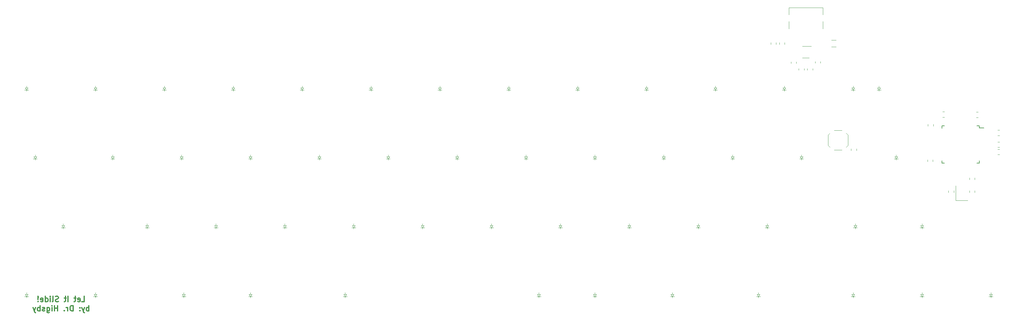
<source format=gbr>
%TF.GenerationSoftware,KiCad,Pcbnew,(5.1.9)-1*%
%TF.CreationDate,2021-09-16T08:02:45-07:00*%
%TF.ProjectId,letItSlide,6c657449-7453-46c6-9964-652e6b696361,rev?*%
%TF.SameCoordinates,Original*%
%TF.FileFunction,Legend,Bot*%
%TF.FilePolarity,Positive*%
%FSLAX46Y46*%
G04 Gerber Fmt 4.6, Leading zero omitted, Abs format (unit mm)*
G04 Created by KiCad (PCBNEW (5.1.9)-1) date 2021-09-16 08:02:45*
%MOMM*%
%LPD*%
G01*
G04 APERTURE LIST*
%ADD10C,0.300000*%
%ADD11C,0.120000*%
%ADD12C,0.150000*%
%ADD13C,0.100000*%
G04 APERTURE END LIST*
D10*
X45028571Y-88753570D02*
X45742857Y-88753570D01*
X45742857Y-87253570D01*
X43957142Y-88682141D02*
X44100000Y-88753570D01*
X44385714Y-88753570D01*
X44528571Y-88682141D01*
X44600000Y-88539284D01*
X44600000Y-87967856D01*
X44528571Y-87824999D01*
X44385714Y-87753570D01*
X44100000Y-87753570D01*
X43957142Y-87824999D01*
X43885714Y-87967856D01*
X43885714Y-88110713D01*
X44600000Y-88253570D01*
X43457142Y-87753570D02*
X42885714Y-87753570D01*
X43242857Y-87253570D02*
X43242857Y-88539284D01*
X43171428Y-88682141D01*
X43028571Y-88753570D01*
X42885714Y-88753570D01*
X41242857Y-88753570D02*
X41242857Y-87253570D01*
X40742857Y-87753570D02*
X40171428Y-87753570D01*
X40528571Y-87253570D02*
X40528571Y-88539284D01*
X40457142Y-88682141D01*
X40314285Y-88753570D01*
X40171428Y-88753570D01*
X38600000Y-88682141D02*
X38385714Y-88753570D01*
X38028571Y-88753570D01*
X37885714Y-88682141D01*
X37814285Y-88610713D01*
X37742857Y-88467856D01*
X37742857Y-88324999D01*
X37814285Y-88182141D01*
X37885714Y-88110713D01*
X38028571Y-88039284D01*
X38314285Y-87967856D01*
X38457142Y-87896427D01*
X38528571Y-87824999D01*
X38600000Y-87682141D01*
X38600000Y-87539284D01*
X38528571Y-87396427D01*
X38457142Y-87324999D01*
X38314285Y-87253570D01*
X37957142Y-87253570D01*
X37742857Y-87324999D01*
X36885714Y-88753570D02*
X37028571Y-88682141D01*
X37100000Y-88539284D01*
X37100000Y-87253570D01*
X36314285Y-88753570D02*
X36314285Y-87753570D01*
X36314285Y-87253570D02*
X36385714Y-87324999D01*
X36314285Y-87396427D01*
X36242857Y-87324999D01*
X36314285Y-87253570D01*
X36314285Y-87396427D01*
X34957142Y-88753570D02*
X34957142Y-87253570D01*
X34957142Y-88682141D02*
X35100000Y-88753570D01*
X35385714Y-88753570D01*
X35528571Y-88682141D01*
X35600000Y-88610713D01*
X35671428Y-88467856D01*
X35671428Y-88039284D01*
X35600000Y-87896427D01*
X35528571Y-87824999D01*
X35385714Y-87753570D01*
X35100000Y-87753570D01*
X34957142Y-87824999D01*
X33671428Y-88682141D02*
X33814285Y-88753570D01*
X34100000Y-88753570D01*
X34242857Y-88682141D01*
X34314285Y-88539284D01*
X34314285Y-87967856D01*
X34242857Y-87824999D01*
X34100000Y-87753570D01*
X33814285Y-87753570D01*
X33671428Y-87824999D01*
X33600000Y-87967856D01*
X33600000Y-88110713D01*
X34314285Y-88253570D01*
X32957142Y-88610713D02*
X32885714Y-88682141D01*
X32957142Y-88753570D01*
X33028571Y-88682141D01*
X32957142Y-88610713D01*
X32957142Y-88753570D01*
X32957142Y-88182141D02*
X33028571Y-87324999D01*
X32957142Y-87253570D01*
X32885714Y-87324999D01*
X32957142Y-88182141D01*
X32957142Y-87253570D01*
X46992857Y-91303570D02*
X46992857Y-89803570D01*
X46992857Y-90374999D02*
X46850000Y-90303570D01*
X46564285Y-90303570D01*
X46421428Y-90374999D01*
X46350000Y-90446427D01*
X46278571Y-90589284D01*
X46278571Y-91017856D01*
X46350000Y-91160713D01*
X46421428Y-91232141D01*
X46564285Y-91303570D01*
X46850000Y-91303570D01*
X46992857Y-91232141D01*
X45778571Y-90303570D02*
X45421428Y-91303570D01*
X45064285Y-90303570D02*
X45421428Y-91303570D01*
X45564285Y-91660713D01*
X45635714Y-91732141D01*
X45778571Y-91803570D01*
X44492857Y-91160713D02*
X44421428Y-91232141D01*
X44492857Y-91303570D01*
X44564285Y-91232141D01*
X44492857Y-91160713D01*
X44492857Y-91303570D01*
X44492857Y-90374999D02*
X44421428Y-90446427D01*
X44492857Y-90517856D01*
X44564285Y-90446427D01*
X44492857Y-90374999D01*
X44492857Y-90517856D01*
X42635714Y-91303570D02*
X42635714Y-89803570D01*
X42278571Y-89803570D01*
X42064285Y-89874999D01*
X41921428Y-90017856D01*
X41850000Y-90160713D01*
X41778571Y-90446427D01*
X41778571Y-90660713D01*
X41850000Y-90946427D01*
X41921428Y-91089284D01*
X42064285Y-91232141D01*
X42278571Y-91303570D01*
X42635714Y-91303570D01*
X41135714Y-91303570D02*
X41135714Y-90303570D01*
X41135714Y-90589284D02*
X41064285Y-90446427D01*
X40992857Y-90374999D01*
X40850000Y-90303570D01*
X40707142Y-90303570D01*
X40207142Y-91160713D02*
X40135714Y-91232141D01*
X40207142Y-91303570D01*
X40278571Y-91232141D01*
X40207142Y-91160713D01*
X40207142Y-91303570D01*
X38350000Y-91303570D02*
X38350000Y-89803570D01*
X38350000Y-90517856D02*
X37492857Y-90517856D01*
X37492857Y-91303570D02*
X37492857Y-89803570D01*
X36778571Y-91303570D02*
X36778571Y-90303570D01*
X36778571Y-89803570D02*
X36850000Y-89874999D01*
X36778571Y-89946427D01*
X36707142Y-89874999D01*
X36778571Y-89803570D01*
X36778571Y-89946427D01*
X35421428Y-90303570D02*
X35421428Y-91517856D01*
X35492857Y-91660713D01*
X35564285Y-91732141D01*
X35707142Y-91803570D01*
X35921428Y-91803570D01*
X36064285Y-91732141D01*
X35421428Y-91232141D02*
X35564285Y-91303570D01*
X35850000Y-91303570D01*
X35992857Y-91232141D01*
X36064285Y-91160713D01*
X36135714Y-91017856D01*
X36135714Y-90589284D01*
X36064285Y-90446427D01*
X35992857Y-90374999D01*
X35850000Y-90303570D01*
X35564285Y-90303570D01*
X35421428Y-90374999D01*
X34778571Y-91232141D02*
X34635714Y-91303570D01*
X34350000Y-91303570D01*
X34207142Y-91232141D01*
X34135714Y-91089284D01*
X34135714Y-91017856D01*
X34207142Y-90874999D01*
X34350000Y-90803570D01*
X34564285Y-90803570D01*
X34707142Y-90732141D01*
X34778571Y-90589284D01*
X34778571Y-90517856D01*
X34707142Y-90374999D01*
X34564285Y-90303570D01*
X34350000Y-90303570D01*
X34207142Y-90374999D01*
X33492857Y-91303570D02*
X33492857Y-89803570D01*
X33492857Y-90374999D02*
X33350000Y-90303570D01*
X33064285Y-90303570D01*
X32921428Y-90374999D01*
X32850000Y-90446427D01*
X32778571Y-90589284D01*
X32778571Y-91017856D01*
X32850000Y-91160713D01*
X32921428Y-91232141D01*
X33064285Y-91303570D01*
X33350000Y-91303570D01*
X33492857Y-91232141D01*
X32278571Y-90303570D02*
X31921428Y-91303570D01*
X31564285Y-90303570D02*
X31921428Y-91303570D01*
X32064285Y-91660713D01*
X32135714Y-91732141D01*
X32278571Y-91803570D01*
D11*
%TO.C,Y1*%
X290040000Y-60680000D02*
X286740000Y-60680000D01*
X286740000Y-60680000D02*
X286740000Y-56680000D01*
%TO.C,C10*%
X290555000Y-58008748D02*
X290555000Y-58531252D01*
X292025000Y-58008748D02*
X292025000Y-58531252D01*
%TO.C,C9*%
X286205000Y-58541252D02*
X286205000Y-58018748D01*
X284735000Y-58541252D02*
X284735000Y-58018748D01*
%TO.C,USB1*%
X240568956Y-7410947D02*
X249968956Y-7410947D01*
X249968956Y-13210947D02*
X249968956Y-11210947D01*
X249968956Y-9310947D02*
X249968956Y-7410947D01*
X240568956Y-13210947D02*
X240568956Y-11210947D01*
X240568956Y-9310947D02*
X240568956Y-7410947D01*
%TO.C,U1*%
X246168956Y-21255329D02*
X244368956Y-21255329D01*
X244368956Y-18035329D02*
X246818956Y-18035329D01*
%TO.C,R4*%
X239455513Y-17491141D02*
X239455513Y-17037013D01*
X237985513Y-17491141D02*
X237985513Y-17037013D01*
%TO.C,C1*%
X237074261Y-17525329D02*
X237074261Y-17002825D01*
X235604261Y-17525329D02*
X235604261Y-17002825D01*
%TO.C,SW1*%
X256918651Y-45503162D02*
X256428651Y-45993162D01*
X256918651Y-42603162D02*
X256918651Y-45503162D01*
X256918651Y-42603162D02*
X256428651Y-42113162D01*
X251478651Y-42603162D02*
X251478651Y-45503162D01*
X251478651Y-42603162D02*
X251968651Y-42113162D01*
X255238651Y-46773162D02*
X253158651Y-46773162D01*
X251478651Y-45503162D02*
X251968651Y-45993162D01*
X255238651Y-41333162D02*
X253158651Y-41333162D01*
%TO.C,R3*%
X247865000Y-22714564D02*
X247865000Y-22260436D01*
X249335000Y-22714564D02*
X249335000Y-22260436D01*
%TO.C,R1*%
X241165000Y-22814564D02*
X241165000Y-22360436D01*
X242635000Y-22814564D02*
X242635000Y-22360436D01*
%TO.C,R7*%
X280532110Y-39658907D02*
X280532110Y-40113035D01*
X279062110Y-39658907D02*
X279062110Y-40113035D01*
%TO.C,R6*%
X243343330Y-24634897D02*
X243343330Y-24180769D01*
X244813330Y-24634897D02*
X244813330Y-24180769D01*
%TO.C,R5*%
X245724582Y-24634897D02*
X245724582Y-24180769D01*
X247194582Y-24634897D02*
X247194582Y-24180769D01*
%TO.C,R2*%
X257815000Y-46877064D02*
X257815000Y-46422936D01*
X259285000Y-46877064D02*
X259285000Y-46422936D01*
%TO.C,F1*%
X253610089Y-18174077D02*
X252405961Y-18174077D01*
X253610089Y-16354077D02*
X252405961Y-16354077D01*
%TO.C,C8*%
X283107736Y-36174406D02*
X283630240Y-36174406D01*
X283107736Y-37644406D02*
X283630240Y-37644406D01*
%TO.C,C7*%
X280435000Y-49438748D02*
X280435000Y-49961252D01*
X278965000Y-49438748D02*
X278965000Y-49961252D01*
%TO.C,C6*%
X298338748Y-46565000D02*
X298861252Y-46565000D01*
X298338748Y-48035000D02*
X298861252Y-48035000D01*
%TO.C,C5*%
X298338748Y-41265000D02*
X298861252Y-41265000D01*
X298338748Y-42735000D02*
X298861252Y-42735000D01*
%TO.C,C4*%
X292035000Y-54438748D02*
X292035000Y-54961252D01*
X290565000Y-54438748D02*
X290565000Y-54961252D01*
%TO.C,C3*%
X292961252Y-37735000D02*
X292438748Y-37735000D01*
X292961252Y-36265000D02*
X292438748Y-36265000D01*
%TO.C,C2*%
X298345247Y-44508788D02*
X298867751Y-44508788D01*
X298345247Y-45978788D02*
X298867751Y-45978788D01*
D12*
%TO.C,U2*%
X293306492Y-40068788D02*
X293306492Y-40643788D01*
X282956492Y-40068788D02*
X282956492Y-40743788D01*
X282956492Y-50418788D02*
X282956492Y-49743788D01*
X293306492Y-50418788D02*
X293306492Y-49743788D01*
X293306492Y-40068788D02*
X292631492Y-40068788D01*
X293306492Y-50418788D02*
X292631492Y-50418788D01*
X282956492Y-50418788D02*
X283631492Y-50418788D01*
X282956492Y-40068788D02*
X283631492Y-40068788D01*
X293306492Y-40643788D02*
X294581492Y-40643788D01*
D13*
%TO.C,D52*%
X265509598Y-30515650D02*
X265509598Y-30115650D01*
X265509598Y-30115650D02*
X266059598Y-30115650D01*
X265509598Y-30115650D02*
X264959598Y-30115650D01*
X265509598Y-30115650D02*
X265909598Y-29515650D01*
X265909598Y-29515650D02*
X265109598Y-29515650D01*
X265109598Y-29515650D02*
X265509598Y-30115650D01*
X265509598Y-29515650D02*
X265509598Y-29015650D01*
%TO.C,D51*%
X296465874Y-87665698D02*
X296465874Y-87265698D01*
X296465874Y-87265698D02*
X297015874Y-87265698D01*
X296465874Y-87265698D02*
X295915874Y-87265698D01*
X296465874Y-87265698D02*
X296865874Y-86665698D01*
X296865874Y-86665698D02*
X296065874Y-86665698D01*
X296065874Y-86665698D02*
X296465874Y-87265698D01*
X296465874Y-86665698D02*
X296465874Y-86165698D01*
%TO.C,D50*%
X277415858Y-87665698D02*
X277415858Y-87265698D01*
X277415858Y-87265698D02*
X277965858Y-87265698D01*
X277415858Y-87265698D02*
X276865858Y-87265698D01*
X277415858Y-87265698D02*
X277815858Y-86665698D01*
X277815858Y-86665698D02*
X277015858Y-86665698D01*
X277015858Y-86665698D02*
X277415858Y-87265698D01*
X277415858Y-86665698D02*
X277415858Y-86165698D01*
%TO.C,D49*%
X258365842Y-87665698D02*
X258365842Y-87265698D01*
X258365842Y-87265698D02*
X258915842Y-87265698D01*
X258365842Y-87265698D02*
X257815842Y-87265698D01*
X258365842Y-87265698D02*
X258765842Y-86665698D01*
X258765842Y-86665698D02*
X257965842Y-86665698D01*
X257965842Y-86665698D02*
X258365842Y-87265698D01*
X258365842Y-86665698D02*
X258365842Y-86165698D01*
%TO.C,D48*%
X232172070Y-87665698D02*
X232172070Y-87265698D01*
X232172070Y-87265698D02*
X232722070Y-87265698D01*
X232172070Y-87265698D02*
X231622070Y-87265698D01*
X232172070Y-87265698D02*
X232572070Y-86665698D01*
X232572070Y-86665698D02*
X231772070Y-86665698D01*
X231772070Y-86665698D02*
X232172070Y-87265698D01*
X232172070Y-86665698D02*
X232172070Y-86165698D01*
%TO.C,D47*%
X208359550Y-87665698D02*
X208359550Y-87265698D01*
X208359550Y-87265698D02*
X208909550Y-87265698D01*
X208359550Y-87265698D02*
X207809550Y-87265698D01*
X208359550Y-87265698D02*
X208759550Y-86665698D01*
X208759550Y-86665698D02*
X207959550Y-86665698D01*
X207959550Y-86665698D02*
X208359550Y-87265698D01*
X208359550Y-86665698D02*
X208359550Y-86165698D01*
%TO.C,D46*%
X186928282Y-87665698D02*
X186928282Y-87265698D01*
X186928282Y-87265698D02*
X187478282Y-87265698D01*
X186928282Y-87265698D02*
X186378282Y-87265698D01*
X186928282Y-87265698D02*
X187328282Y-86665698D01*
X187328282Y-86665698D02*
X186528282Y-86665698D01*
X186528282Y-86665698D02*
X186928282Y-87265698D01*
X186928282Y-86665698D02*
X186928282Y-86165698D01*
%TO.C,D45*%
X171450144Y-87665698D02*
X171450144Y-87265698D01*
X171450144Y-87265698D02*
X172000144Y-87265698D01*
X171450144Y-87265698D02*
X170900144Y-87265698D01*
X171450144Y-87265698D02*
X171850144Y-86665698D01*
X171850144Y-86665698D02*
X171050144Y-86665698D01*
X171050144Y-86665698D02*
X171450144Y-87265698D01*
X171450144Y-86665698D02*
X171450144Y-86165698D01*
%TO.C,D44*%
X117871974Y-87665698D02*
X117871974Y-87265698D01*
X117871974Y-87265698D02*
X118421974Y-87265698D01*
X117871974Y-87265698D02*
X117321974Y-87265698D01*
X117871974Y-87265698D02*
X118271974Y-86665698D01*
X118271974Y-86665698D02*
X117471974Y-86665698D01*
X117471974Y-86665698D02*
X117871974Y-87265698D01*
X117871974Y-86665698D02*
X117871974Y-86165698D01*
%TO.C,D43*%
X91678202Y-87665698D02*
X91678202Y-87265698D01*
X91678202Y-87265698D02*
X92228202Y-87265698D01*
X91678202Y-87265698D02*
X91128202Y-87265698D01*
X91678202Y-87265698D02*
X92078202Y-86665698D01*
X92078202Y-86665698D02*
X91278202Y-86665698D01*
X91278202Y-86665698D02*
X91678202Y-87265698D01*
X91678202Y-86665698D02*
X91678202Y-86165698D01*
%TO.C,D42*%
X73223499Y-87665698D02*
X73223499Y-87265698D01*
X73223499Y-87265698D02*
X73773499Y-87265698D01*
X73223499Y-87265698D02*
X72673499Y-87265698D01*
X73223499Y-87265698D02*
X73623499Y-86665698D01*
X73623499Y-86665698D02*
X72823499Y-86665698D01*
X72823499Y-86665698D02*
X73223499Y-87265698D01*
X73223499Y-86665698D02*
X73223499Y-86165698D01*
%TO.C,D41*%
X48815666Y-87665698D02*
X48815666Y-87265698D01*
X48815666Y-87265698D02*
X49365666Y-87265698D01*
X48815666Y-87265698D02*
X48265666Y-87265698D01*
X48815666Y-87265698D02*
X49215666Y-86665698D01*
X49215666Y-86665698D02*
X48415666Y-86665698D01*
X48415666Y-86665698D02*
X48815666Y-87265698D01*
X48815666Y-86665698D02*
X48815666Y-86165698D01*
%TO.C,D40*%
X29765650Y-87665698D02*
X29765650Y-87265698D01*
X29765650Y-87265698D02*
X30315650Y-87265698D01*
X29765650Y-87265698D02*
X29215650Y-87265698D01*
X29765650Y-87265698D02*
X30165650Y-86665698D01*
X30165650Y-86665698D02*
X29365650Y-86665698D01*
X29365650Y-86665698D02*
X29765650Y-87265698D01*
X29765650Y-86665698D02*
X29765650Y-86165698D01*
%TO.C,D39*%
X277415858Y-68615682D02*
X277415858Y-68215682D01*
X277415858Y-68215682D02*
X277965858Y-68215682D01*
X277415858Y-68215682D02*
X276865858Y-68215682D01*
X277415858Y-68215682D02*
X277815858Y-67615682D01*
X277815858Y-67615682D02*
X277015858Y-67615682D01*
X277015858Y-67615682D02*
X277415858Y-68215682D01*
X277415858Y-67615682D02*
X277415858Y-67115682D01*
%TO.C,D38*%
X258961155Y-68615682D02*
X258961155Y-68215682D01*
X258961155Y-68215682D02*
X259511155Y-68215682D01*
X258961155Y-68215682D02*
X258411155Y-68215682D01*
X258961155Y-68215682D02*
X259361155Y-67615682D01*
X259361155Y-67615682D02*
X258561155Y-67615682D01*
X258561155Y-67615682D02*
X258961155Y-68215682D01*
X258961155Y-67615682D02*
X258961155Y-67115682D01*
%TO.C,D37*%
X234553322Y-68615682D02*
X234553322Y-68215682D01*
X234553322Y-68215682D02*
X235103322Y-68215682D01*
X234553322Y-68215682D02*
X234003322Y-68215682D01*
X234553322Y-68215682D02*
X234953322Y-67615682D01*
X234953322Y-67615682D02*
X234153322Y-67615682D01*
X234153322Y-67615682D02*
X234553322Y-68215682D01*
X234553322Y-67615682D02*
X234553322Y-67115682D01*
%TO.C,D36*%
X215503306Y-68615682D02*
X215503306Y-68215682D01*
X215503306Y-68215682D02*
X216053306Y-68215682D01*
X215503306Y-68215682D02*
X214953306Y-68215682D01*
X215503306Y-68215682D02*
X215903306Y-67615682D01*
X215903306Y-67615682D02*
X215103306Y-67615682D01*
X215103306Y-67615682D02*
X215503306Y-68215682D01*
X215503306Y-67615682D02*
X215503306Y-67115682D01*
%TO.C,D35*%
X196453290Y-68615682D02*
X196453290Y-68215682D01*
X196453290Y-68215682D02*
X197003290Y-68215682D01*
X196453290Y-68215682D02*
X195903290Y-68215682D01*
X196453290Y-68215682D02*
X196853290Y-67615682D01*
X196853290Y-67615682D02*
X196053290Y-67615682D01*
X196053290Y-67615682D02*
X196453290Y-68215682D01*
X196453290Y-67615682D02*
X196453290Y-67115682D01*
%TO.C,D34*%
X177403274Y-68615682D02*
X177403274Y-68215682D01*
X177403274Y-68215682D02*
X177953274Y-68215682D01*
X177403274Y-68215682D02*
X176853274Y-68215682D01*
X177403274Y-68215682D02*
X177803274Y-67615682D01*
X177803274Y-67615682D02*
X177003274Y-67615682D01*
X177003274Y-67615682D02*
X177403274Y-68215682D01*
X177403274Y-67615682D02*
X177403274Y-67115682D01*
%TO.C,D33*%
X158353258Y-68615682D02*
X158353258Y-68215682D01*
X158353258Y-68215682D02*
X158903258Y-68215682D01*
X158353258Y-68215682D02*
X157803258Y-68215682D01*
X158353258Y-68215682D02*
X158753258Y-67615682D01*
X158753258Y-67615682D02*
X157953258Y-67615682D01*
X157953258Y-67615682D02*
X158353258Y-68215682D01*
X158353258Y-67615682D02*
X158353258Y-67115682D01*
%TO.C,D32*%
X139303242Y-68615682D02*
X139303242Y-68215682D01*
X139303242Y-68215682D02*
X139853242Y-68215682D01*
X139303242Y-68215682D02*
X138753242Y-68215682D01*
X139303242Y-68215682D02*
X139703242Y-67615682D01*
X139703242Y-67615682D02*
X138903242Y-67615682D01*
X138903242Y-67615682D02*
X139303242Y-68215682D01*
X139303242Y-67615682D02*
X139303242Y-67115682D01*
%TO.C,D31*%
X120253226Y-68615682D02*
X120253226Y-68215682D01*
X120253226Y-68215682D02*
X120803226Y-68215682D01*
X120253226Y-68215682D02*
X119703226Y-68215682D01*
X120253226Y-68215682D02*
X120653226Y-67615682D01*
X120653226Y-67615682D02*
X119853226Y-67615682D01*
X119853226Y-67615682D02*
X120253226Y-68215682D01*
X120253226Y-67615682D02*
X120253226Y-67115682D01*
%TO.C,D30*%
X101203210Y-68615682D02*
X101203210Y-68215682D01*
X101203210Y-68215682D02*
X101753210Y-68215682D01*
X101203210Y-68215682D02*
X100653210Y-68215682D01*
X101203210Y-68215682D02*
X101603210Y-67615682D01*
X101603210Y-67615682D02*
X100803210Y-67615682D01*
X100803210Y-67615682D02*
X101203210Y-68215682D01*
X101203210Y-67615682D02*
X101203210Y-67115682D01*
%TO.C,D29*%
X82153194Y-68615682D02*
X82153194Y-68215682D01*
X82153194Y-68215682D02*
X82703194Y-68215682D01*
X82153194Y-68215682D02*
X81603194Y-68215682D01*
X82153194Y-68215682D02*
X82553194Y-67615682D01*
X82553194Y-67615682D02*
X81753194Y-67615682D01*
X81753194Y-67615682D02*
X82153194Y-68215682D01*
X82153194Y-67615682D02*
X82153194Y-67115682D01*
%TO.C,D28*%
X63103178Y-68615682D02*
X63103178Y-68215682D01*
X63103178Y-68215682D02*
X63653178Y-68215682D01*
X63103178Y-68215682D02*
X62553178Y-68215682D01*
X63103178Y-68215682D02*
X63503178Y-67615682D01*
X63503178Y-67615682D02*
X62703178Y-67615682D01*
X62703178Y-67615682D02*
X63103178Y-68215682D01*
X63103178Y-67615682D02*
X63103178Y-67115682D01*
%TO.C,D27*%
X39885971Y-68615682D02*
X39885971Y-68215682D01*
X39885971Y-68215682D02*
X40435971Y-68215682D01*
X39885971Y-68215682D02*
X39335971Y-68215682D01*
X39885971Y-68215682D02*
X40285971Y-67615682D01*
X40285971Y-67615682D02*
X39485971Y-67615682D01*
X39485971Y-67615682D02*
X39885971Y-68215682D01*
X39885971Y-67615682D02*
X39885971Y-67115682D01*
%TO.C,D26*%
X270272102Y-49565666D02*
X270272102Y-49165666D01*
X270272102Y-49165666D02*
X270822102Y-49165666D01*
X270272102Y-49165666D02*
X269722102Y-49165666D01*
X270272102Y-49165666D02*
X270672102Y-48565666D01*
X270672102Y-48565666D02*
X269872102Y-48565666D01*
X269872102Y-48565666D02*
X270272102Y-49165666D01*
X270272102Y-48565666D02*
X270272102Y-48065666D01*
%TO.C,D25*%
X244078330Y-49565666D02*
X244078330Y-49165666D01*
X244078330Y-49165666D02*
X244628330Y-49165666D01*
X244078330Y-49165666D02*
X243528330Y-49165666D01*
X244078330Y-49165666D02*
X244478330Y-48565666D01*
X244478330Y-48565666D02*
X243678330Y-48565666D01*
X243678330Y-48565666D02*
X244078330Y-49165666D01*
X244078330Y-48565666D02*
X244078330Y-48065666D01*
%TO.C,D24*%
X225028314Y-49565666D02*
X225028314Y-49165666D01*
X225028314Y-49165666D02*
X225578314Y-49165666D01*
X225028314Y-49165666D02*
X224478314Y-49165666D01*
X225028314Y-49165666D02*
X225428314Y-48565666D01*
X225428314Y-48565666D02*
X224628314Y-48565666D01*
X224628314Y-48565666D02*
X225028314Y-49165666D01*
X225028314Y-48565666D02*
X225028314Y-48065666D01*
%TO.C,D23*%
X205978298Y-49565666D02*
X205978298Y-49165666D01*
X205978298Y-49165666D02*
X206528298Y-49165666D01*
X205978298Y-49165666D02*
X205428298Y-49165666D01*
X205978298Y-49165666D02*
X206378298Y-48565666D01*
X206378298Y-48565666D02*
X205578298Y-48565666D01*
X205578298Y-48565666D02*
X205978298Y-49165666D01*
X205978298Y-48565666D02*
X205978298Y-48065666D01*
%TO.C,D22*%
X186928282Y-49565666D02*
X186928282Y-49165666D01*
X186928282Y-49165666D02*
X187478282Y-49165666D01*
X186928282Y-49165666D02*
X186378282Y-49165666D01*
X186928282Y-49165666D02*
X187328282Y-48565666D01*
X187328282Y-48565666D02*
X186528282Y-48565666D01*
X186528282Y-48565666D02*
X186928282Y-49165666D01*
X186928282Y-48565666D02*
X186928282Y-48065666D01*
%TO.C,D21*%
X167878266Y-49565666D02*
X167878266Y-49165666D01*
X167878266Y-49165666D02*
X168428266Y-49165666D01*
X167878266Y-49165666D02*
X167328266Y-49165666D01*
X167878266Y-49165666D02*
X168278266Y-48565666D01*
X168278266Y-48565666D02*
X167478266Y-48565666D01*
X167478266Y-48565666D02*
X167878266Y-49165666D01*
X167878266Y-48565666D02*
X167878266Y-48065666D01*
%TO.C,D20*%
X148828250Y-49565666D02*
X148828250Y-49165666D01*
X148828250Y-49165666D02*
X149378250Y-49165666D01*
X148828250Y-49165666D02*
X148278250Y-49165666D01*
X148828250Y-49165666D02*
X149228250Y-48565666D01*
X149228250Y-48565666D02*
X148428250Y-48565666D01*
X148428250Y-48565666D02*
X148828250Y-49165666D01*
X148828250Y-48565666D02*
X148828250Y-48065666D01*
%TO.C,D19*%
X129778234Y-49565666D02*
X129778234Y-49165666D01*
X129778234Y-49165666D02*
X130328234Y-49165666D01*
X129778234Y-49165666D02*
X129228234Y-49165666D01*
X129778234Y-49165666D02*
X130178234Y-48565666D01*
X130178234Y-48565666D02*
X129378234Y-48565666D01*
X129378234Y-48565666D02*
X129778234Y-49165666D01*
X129778234Y-48565666D02*
X129778234Y-48065666D01*
%TO.C,D18*%
X110728218Y-49565666D02*
X110728218Y-49165666D01*
X110728218Y-49165666D02*
X111278218Y-49165666D01*
X110728218Y-49165666D02*
X110178218Y-49165666D01*
X110728218Y-49165666D02*
X111128218Y-48565666D01*
X111128218Y-48565666D02*
X110328218Y-48565666D01*
X110328218Y-48565666D02*
X110728218Y-49165666D01*
X110728218Y-48565666D02*
X110728218Y-48065666D01*
%TO.C,D17*%
X91678202Y-49565666D02*
X91678202Y-49165666D01*
X91678202Y-49165666D02*
X92228202Y-49165666D01*
X91678202Y-49165666D02*
X91128202Y-49165666D01*
X91678202Y-49165666D02*
X92078202Y-48565666D01*
X92078202Y-48565666D02*
X91278202Y-48565666D01*
X91278202Y-48565666D02*
X91678202Y-49165666D01*
X91678202Y-48565666D02*
X91678202Y-48065666D01*
%TO.C,D16*%
X72628186Y-49565666D02*
X72628186Y-49165666D01*
X72628186Y-49165666D02*
X73178186Y-49165666D01*
X72628186Y-49165666D02*
X72078186Y-49165666D01*
X72628186Y-49165666D02*
X73028186Y-48565666D01*
X73028186Y-48565666D02*
X72228186Y-48565666D01*
X72228186Y-48565666D02*
X72628186Y-49165666D01*
X72628186Y-48565666D02*
X72628186Y-48065666D01*
%TO.C,D15*%
X53578170Y-49565666D02*
X53578170Y-49165666D01*
X53578170Y-49165666D02*
X54128170Y-49165666D01*
X53578170Y-49165666D02*
X53028170Y-49165666D01*
X53578170Y-49165666D02*
X53978170Y-48565666D01*
X53978170Y-48565666D02*
X53178170Y-48565666D01*
X53178170Y-48565666D02*
X53578170Y-49165666D01*
X53578170Y-48565666D02*
X53578170Y-48065666D01*
%TO.C,D14*%
X32146902Y-49565666D02*
X32146902Y-49165666D01*
X32146902Y-49165666D02*
X32696902Y-49165666D01*
X32146902Y-49165666D02*
X31596902Y-49165666D01*
X32146902Y-49165666D02*
X32546902Y-48565666D01*
X32546902Y-48565666D02*
X31746902Y-48565666D01*
X31746902Y-48565666D02*
X32146902Y-49165666D01*
X32146902Y-48565666D02*
X32146902Y-48065666D01*
%TO.C,D13*%
X258365842Y-30515650D02*
X258365842Y-30115650D01*
X258365842Y-30115650D02*
X258915842Y-30115650D01*
X258365842Y-30115650D02*
X257815842Y-30115650D01*
X258365842Y-30115650D02*
X258765842Y-29515650D01*
X258765842Y-29515650D02*
X257965842Y-29515650D01*
X257965842Y-29515650D02*
X258365842Y-30115650D01*
X258365842Y-29515650D02*
X258365842Y-29015650D01*
%TO.C,D12*%
X239315826Y-30515650D02*
X239315826Y-30115650D01*
X239315826Y-30115650D02*
X239865826Y-30115650D01*
X239315826Y-30115650D02*
X238765826Y-30115650D01*
X239315826Y-30115650D02*
X239715826Y-29515650D01*
X239715826Y-29515650D02*
X238915826Y-29515650D01*
X238915826Y-29515650D02*
X239315826Y-30115650D01*
X239315826Y-29515650D02*
X239315826Y-29015650D01*
%TO.C,D11*%
X220265810Y-30515650D02*
X220265810Y-30115650D01*
X220265810Y-30115650D02*
X220815810Y-30115650D01*
X220265810Y-30115650D02*
X219715810Y-30115650D01*
X220265810Y-30115650D02*
X220665810Y-29515650D01*
X220665810Y-29515650D02*
X219865810Y-29515650D01*
X219865810Y-29515650D02*
X220265810Y-30115650D01*
X220265810Y-29515650D02*
X220265810Y-29015650D01*
%TO.C,D10*%
X201215794Y-30515650D02*
X201215794Y-30115650D01*
X201215794Y-30115650D02*
X201765794Y-30115650D01*
X201215794Y-30115650D02*
X200665794Y-30115650D01*
X201215794Y-30115650D02*
X201615794Y-29515650D01*
X201615794Y-29515650D02*
X200815794Y-29515650D01*
X200815794Y-29515650D02*
X201215794Y-30115650D01*
X201215794Y-29515650D02*
X201215794Y-29015650D01*
%TO.C,D9*%
X182165778Y-30515650D02*
X182165778Y-30115650D01*
X182165778Y-30115650D02*
X182715778Y-30115650D01*
X182165778Y-30115650D02*
X181615778Y-30115650D01*
X182165778Y-30115650D02*
X182565778Y-29515650D01*
X182565778Y-29515650D02*
X181765778Y-29515650D01*
X181765778Y-29515650D02*
X182165778Y-30115650D01*
X182165778Y-29515650D02*
X182165778Y-29015650D01*
%TO.C,D8*%
X163115762Y-30515650D02*
X163115762Y-30115650D01*
X163115762Y-30115650D02*
X163665762Y-30115650D01*
X163115762Y-30115650D02*
X162565762Y-30115650D01*
X163115762Y-30115650D02*
X163515762Y-29515650D01*
X163515762Y-29515650D02*
X162715762Y-29515650D01*
X162715762Y-29515650D02*
X163115762Y-30115650D01*
X163115762Y-29515650D02*
X163115762Y-29015650D01*
%TO.C,D7*%
X144065746Y-30515650D02*
X144065746Y-30115650D01*
X144065746Y-30115650D02*
X144615746Y-30115650D01*
X144065746Y-30115650D02*
X143515746Y-30115650D01*
X144065746Y-30115650D02*
X144465746Y-29515650D01*
X144465746Y-29515650D02*
X143665746Y-29515650D01*
X143665746Y-29515650D02*
X144065746Y-30115650D01*
X144065746Y-29515650D02*
X144065746Y-29015650D01*
%TO.C,D6*%
X125015730Y-30515650D02*
X125015730Y-30115650D01*
X125015730Y-30115650D02*
X125565730Y-30115650D01*
X125015730Y-30115650D02*
X124465730Y-30115650D01*
X125015730Y-30115650D02*
X125415730Y-29515650D01*
X125415730Y-29515650D02*
X124615730Y-29515650D01*
X124615730Y-29515650D02*
X125015730Y-30115650D01*
X125015730Y-29515650D02*
X125015730Y-29015650D01*
%TO.C,D5*%
X105965714Y-30515650D02*
X105965714Y-30115650D01*
X105965714Y-30115650D02*
X106515714Y-30115650D01*
X105965714Y-30115650D02*
X105415714Y-30115650D01*
X105965714Y-30115650D02*
X106365714Y-29515650D01*
X106365714Y-29515650D02*
X105565714Y-29515650D01*
X105565714Y-29515650D02*
X105965714Y-30115650D01*
X105965714Y-29515650D02*
X105965714Y-29015650D01*
%TO.C,D4*%
X86915698Y-30515650D02*
X86915698Y-30115650D01*
X86915698Y-30115650D02*
X87465698Y-30115650D01*
X86915698Y-30115650D02*
X86365698Y-30115650D01*
X86915698Y-30115650D02*
X87315698Y-29515650D01*
X87315698Y-29515650D02*
X86515698Y-29515650D01*
X86515698Y-29515650D02*
X86915698Y-30115650D01*
X86915698Y-29515650D02*
X86915698Y-29015650D01*
%TO.C,D3*%
X67865682Y-30515650D02*
X67865682Y-30115650D01*
X67865682Y-30115650D02*
X68415682Y-30115650D01*
X67865682Y-30115650D02*
X67315682Y-30115650D01*
X67865682Y-30115650D02*
X68265682Y-29515650D01*
X68265682Y-29515650D02*
X67465682Y-29515650D01*
X67465682Y-29515650D02*
X67865682Y-30115650D01*
X67865682Y-29515650D02*
X67865682Y-29015650D01*
%TO.C,D2*%
X48815666Y-30515650D02*
X48815666Y-30115650D01*
X48815666Y-30115650D02*
X49365666Y-30115650D01*
X48815666Y-30115650D02*
X48265666Y-30115650D01*
X48815666Y-30115650D02*
X49215666Y-29515650D01*
X49215666Y-29515650D02*
X48415666Y-29515650D01*
X48415666Y-29515650D02*
X48815666Y-30115650D01*
X48815666Y-29515650D02*
X48815666Y-29015650D01*
%TO.C,D1*%
X29765650Y-30515650D02*
X29765650Y-30115650D01*
X29765650Y-30115650D02*
X30315650Y-30115650D01*
X29765650Y-30115650D02*
X29215650Y-30115650D01*
X29765650Y-30115650D02*
X30165650Y-29515650D01*
X30165650Y-29515650D02*
X29365650Y-29515650D01*
X29365650Y-29515650D02*
X29765650Y-30115650D01*
X29765650Y-29515650D02*
X29765650Y-29015650D01*
%TD*%
M02*

</source>
